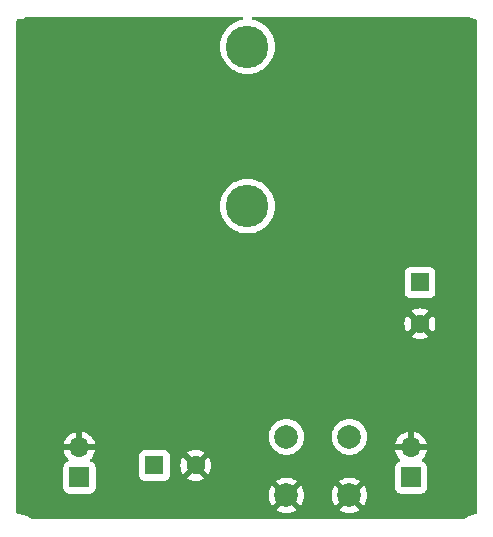
<source format=gbr>
%TF.GenerationSoftware,KiCad,Pcbnew,(6.0.1)*%
%TF.CreationDate,2022-03-29T16:10:18-05:00*%
%TF.ProjectId,buck_board,6275636b-5f62-46f6-9172-642e6b696361,rev?*%
%TF.SameCoordinates,Original*%
%TF.FileFunction,Copper,L2,Bot*%
%TF.FilePolarity,Positive*%
%FSLAX46Y46*%
G04 Gerber Fmt 4.6, Leading zero omitted, Abs format (unit mm)*
G04 Created by KiCad (PCBNEW (6.0.1)) date 2022-03-29 16:10:18*
%MOMM*%
%LPD*%
G01*
G04 APERTURE LIST*
%TA.AperFunction,ComponentPad*%
%ADD10C,2.000000*%
%TD*%
%TA.AperFunction,ComponentPad*%
%ADD11C,3.600000*%
%TD*%
%TA.AperFunction,ComponentPad*%
%ADD12O,1.700000X1.700000*%
%TD*%
%TA.AperFunction,ComponentPad*%
%ADD13R,1.700000X1.700000*%
%TD*%
%TA.AperFunction,ComponentPad*%
%ADD14R,1.600000X1.600000*%
%TD*%
%TA.AperFunction,ComponentPad*%
%ADD15C,1.600000*%
%TD*%
%TA.AperFunction,ViaPad*%
%ADD16C,0.800000*%
%TD*%
G04 APERTURE END LIST*
D10*
%TO.P,TP4,1,1*%
%TO.N,GND*%
X77851000Y-86741000D03*
%TD*%
%TO.P,TP3,1,1*%
%TO.N,GND*%
X83185000Y-86741000D03*
%TD*%
%TO.P,TP2,1,1*%
%TO.N,+5V*%
X83185000Y-81783000D03*
%TD*%
%TO.P,TP1,1,1*%
%TO.N,+24V*%
X77851000Y-81783000D03*
%TD*%
D11*
%TO.P,L1,1,1*%
%TO.N,Net-(IC1-Pad2)*%
X74549000Y-62244000D03*
%TO.P,L1,2,2*%
%TO.N,+5V*%
X74549000Y-48744000D03*
%TD*%
D12*
%TO.P,J2,2,Pin_2*%
%TO.N,GND*%
X88392000Y-82677000D03*
D13*
%TO.P,J2,1,Pin_1*%
%TO.N,+5V*%
X88392000Y-85217000D03*
%TD*%
D12*
%TO.P,J1,2,Pin_2*%
%TO.N,GND*%
X60325000Y-82677000D03*
D13*
%TO.P,J1,1,Pin_1*%
%TO.N,+24V*%
X60325000Y-85217000D03*
%TD*%
D14*
%TO.P,C2,1*%
%TO.N,+5V*%
X89154000Y-68705349D03*
D15*
%TO.P,C2,2*%
%TO.N,GND*%
X89154000Y-72205349D03*
%TD*%
D14*
%TO.P,C1,1*%
%TO.N,+24V*%
X66673349Y-84196000D03*
D15*
%TO.P,C1,2*%
%TO.N,GND*%
X70173349Y-84196000D03*
%TD*%
D16*
%TO.N,GND*%
X61468000Y-77851000D03*
X56642000Y-72009000D03*
X61468000Y-66167000D03*
X69469000Y-72136000D03*
X71755000Y-67691000D03*
X76835000Y-66421000D03*
X81407000Y-66421000D03*
%TD*%
%TA.AperFunction,Conductor*%
%TO.N,GND*%
G36*
X74153629Y-46248002D02*
G01*
X74200122Y-46301658D01*
X74210226Y-46371932D01*
X74180732Y-46436512D01*
X74121006Y-46474896D01*
X74110089Y-46477579D01*
X73954279Y-46508571D01*
X73954273Y-46508573D01*
X73950234Y-46509376D01*
X73946330Y-46510701D01*
X73946327Y-46510702D01*
X73667586Y-46605322D01*
X73663680Y-46606648D01*
X73535442Y-46669888D01*
X73395978Y-46738664D01*
X73395973Y-46738667D01*
X73392274Y-46740491D01*
X73140659Y-46908614D01*
X73137565Y-46911328D01*
X73137559Y-46911332D01*
X72916231Y-47105433D01*
X72913142Y-47108142D01*
X72910433Y-47111231D01*
X72716332Y-47332559D01*
X72716328Y-47332565D01*
X72713614Y-47335659D01*
X72545491Y-47587274D01*
X72411648Y-47858680D01*
X72314376Y-48145234D01*
X72255339Y-48442034D01*
X72235547Y-48744000D01*
X72255339Y-49045966D01*
X72314376Y-49342766D01*
X72411648Y-49629320D01*
X72545491Y-49900726D01*
X72713614Y-50152341D01*
X72716328Y-50155435D01*
X72716332Y-50155441D01*
X72910433Y-50376769D01*
X72913142Y-50379858D01*
X72916231Y-50382567D01*
X73137559Y-50576668D01*
X73137565Y-50576672D01*
X73140659Y-50579386D01*
X73144085Y-50581675D01*
X73144090Y-50581679D01*
X73332371Y-50707484D01*
X73392273Y-50747509D01*
X73395972Y-50749333D01*
X73395977Y-50749336D01*
X73535308Y-50818046D01*
X73663680Y-50881352D01*
X73667585Y-50882677D01*
X73667586Y-50882678D01*
X73946327Y-50977298D01*
X73946330Y-50977299D01*
X73950234Y-50978624D01*
X73954273Y-50979427D01*
X73954279Y-50979429D01*
X74242991Y-51036857D01*
X74242994Y-51036857D01*
X74247034Y-51037661D01*
X74251145Y-51037930D01*
X74251149Y-51037931D01*
X74544881Y-51057183D01*
X74549000Y-51057453D01*
X74553119Y-51057183D01*
X74846851Y-51037931D01*
X74846855Y-51037930D01*
X74850966Y-51037661D01*
X74855006Y-51036857D01*
X74855009Y-51036857D01*
X75143721Y-50979429D01*
X75143727Y-50979427D01*
X75147766Y-50978624D01*
X75151670Y-50977299D01*
X75151673Y-50977298D01*
X75430414Y-50882678D01*
X75430415Y-50882677D01*
X75434320Y-50881352D01*
X75562692Y-50818046D01*
X75702023Y-50749336D01*
X75702028Y-50749333D01*
X75705727Y-50747509D01*
X75765629Y-50707484D01*
X75953910Y-50581679D01*
X75953915Y-50581675D01*
X75957341Y-50579386D01*
X75960435Y-50576672D01*
X75960441Y-50576668D01*
X76181769Y-50382567D01*
X76184858Y-50379858D01*
X76187567Y-50376769D01*
X76381668Y-50155441D01*
X76381672Y-50155435D01*
X76384386Y-50152341D01*
X76552509Y-49900726D01*
X76686352Y-49629320D01*
X76783624Y-49342766D01*
X76842661Y-49045966D01*
X76862453Y-48744000D01*
X76842661Y-48442034D01*
X76783624Y-48145234D01*
X76686352Y-47858680D01*
X76552509Y-47587274D01*
X76384386Y-47335659D01*
X76381672Y-47332565D01*
X76381668Y-47332559D01*
X76187567Y-47111231D01*
X76184858Y-47108142D01*
X76181769Y-47105433D01*
X75960441Y-46911332D01*
X75960435Y-46911328D01*
X75957341Y-46908614D01*
X75953911Y-46906322D01*
X75953910Y-46906321D01*
X75709160Y-46742785D01*
X75705727Y-46740491D01*
X75702028Y-46738667D01*
X75702023Y-46738664D01*
X75562692Y-46669954D01*
X75434320Y-46606648D01*
X75430414Y-46605322D01*
X75151673Y-46510702D01*
X75151670Y-46510701D01*
X75147766Y-46509376D01*
X75143727Y-46508573D01*
X75143721Y-46508571D01*
X74987911Y-46477579D01*
X74925001Y-46444672D01*
X74889869Y-46382977D01*
X74893669Y-46312082D01*
X74935195Y-46254496D01*
X75001261Y-46228502D01*
X75012492Y-46228000D01*
X93167532Y-46228000D01*
X93226491Y-46242646D01*
X93243596Y-46251703D01*
X93243606Y-46251708D01*
X93247392Y-46253712D01*
X93517373Y-46352511D01*
X93798264Y-46413755D01*
X93802533Y-46414091D01*
X93863887Y-46418920D01*
X93930228Y-46444206D01*
X93972367Y-46501344D01*
X93980000Y-46544532D01*
X93980000Y-88201529D01*
X93959998Y-88269650D01*
X93906342Y-88316143D01*
X93862570Y-88327237D01*
X93850263Y-88328076D01*
X93824453Y-88329835D01*
X93824448Y-88329836D01*
X93820175Y-88330127D01*
X93815980Y-88330996D01*
X93815978Y-88330996D01*
X93679416Y-88359277D01*
X93538658Y-88388426D01*
X93267657Y-88484393D01*
X93012188Y-88616250D01*
X93008687Y-88618711D01*
X93008683Y-88618713D01*
X92821757Y-88750087D01*
X92749306Y-88773000D01*
X56347305Y-88773000D01*
X56273779Y-88749322D01*
X56108172Y-88630321D01*
X56108171Y-88630320D01*
X56104683Y-88627814D01*
X56082843Y-88616250D01*
X56059654Y-88603972D01*
X55850608Y-88493288D01*
X55580627Y-88394489D01*
X55299736Y-88333245D01*
X55107114Y-88318086D01*
X55040773Y-88292801D01*
X54998633Y-88235663D01*
X54991000Y-88192474D01*
X54991000Y-87973670D01*
X76983160Y-87973670D01*
X76988887Y-87981320D01*
X77160042Y-88086205D01*
X77168837Y-88090687D01*
X77378988Y-88177734D01*
X77388373Y-88180783D01*
X77609554Y-88233885D01*
X77619301Y-88235428D01*
X77846070Y-88253275D01*
X77855930Y-88253275D01*
X78082699Y-88235428D01*
X78092446Y-88233885D01*
X78313627Y-88180783D01*
X78323012Y-88177734D01*
X78533163Y-88090687D01*
X78541958Y-88086205D01*
X78709445Y-87983568D01*
X78718400Y-87973670D01*
X82317160Y-87973670D01*
X82322887Y-87981320D01*
X82494042Y-88086205D01*
X82502837Y-88090687D01*
X82712988Y-88177734D01*
X82722373Y-88180783D01*
X82943554Y-88233885D01*
X82953301Y-88235428D01*
X83180070Y-88253275D01*
X83189930Y-88253275D01*
X83416699Y-88235428D01*
X83426446Y-88233885D01*
X83647627Y-88180783D01*
X83657012Y-88177734D01*
X83867163Y-88090687D01*
X83875958Y-88086205D01*
X84043445Y-87983568D01*
X84052907Y-87973110D01*
X84049124Y-87964334D01*
X83197812Y-87113022D01*
X83183868Y-87105408D01*
X83182035Y-87105539D01*
X83175420Y-87109790D01*
X82323920Y-87961290D01*
X82317160Y-87973670D01*
X78718400Y-87973670D01*
X78718907Y-87973110D01*
X78715124Y-87964334D01*
X77863812Y-87113022D01*
X77849868Y-87105408D01*
X77848035Y-87105539D01*
X77841420Y-87109790D01*
X76989920Y-87961290D01*
X76983160Y-87973670D01*
X54991000Y-87973670D01*
X54991000Y-86745930D01*
X76338725Y-86745930D01*
X76356572Y-86972699D01*
X76358115Y-86982446D01*
X76411217Y-87203627D01*
X76414266Y-87213012D01*
X76501313Y-87423163D01*
X76505795Y-87431958D01*
X76608432Y-87599445D01*
X76618890Y-87608907D01*
X76627666Y-87605124D01*
X77478978Y-86753812D01*
X77485356Y-86742132D01*
X78215408Y-86742132D01*
X78215539Y-86743965D01*
X78219790Y-86750580D01*
X79071290Y-87602080D01*
X79083670Y-87608840D01*
X79091320Y-87603113D01*
X79196205Y-87431958D01*
X79200687Y-87423163D01*
X79287734Y-87213012D01*
X79290783Y-87203627D01*
X79343885Y-86982446D01*
X79345428Y-86972699D01*
X79363275Y-86745930D01*
X81672725Y-86745930D01*
X81690572Y-86972699D01*
X81692115Y-86982446D01*
X81745217Y-87203627D01*
X81748266Y-87213012D01*
X81835313Y-87423163D01*
X81839795Y-87431958D01*
X81942432Y-87599445D01*
X81952890Y-87608907D01*
X81961666Y-87605124D01*
X82812978Y-86753812D01*
X82819356Y-86742132D01*
X83549408Y-86742132D01*
X83549539Y-86743965D01*
X83553790Y-86750580D01*
X84405290Y-87602080D01*
X84417670Y-87608840D01*
X84425320Y-87603113D01*
X84530205Y-87431958D01*
X84534687Y-87423163D01*
X84621734Y-87213012D01*
X84624783Y-87203627D01*
X84677885Y-86982446D01*
X84679428Y-86972699D01*
X84697275Y-86745930D01*
X84697275Y-86736070D01*
X84679428Y-86509301D01*
X84677885Y-86499554D01*
X84624783Y-86278373D01*
X84621734Y-86268988D01*
X84558006Y-86115134D01*
X87033500Y-86115134D01*
X87040255Y-86177316D01*
X87091385Y-86313705D01*
X87178739Y-86430261D01*
X87295295Y-86517615D01*
X87431684Y-86568745D01*
X87493866Y-86575500D01*
X89290134Y-86575500D01*
X89352316Y-86568745D01*
X89488705Y-86517615D01*
X89605261Y-86430261D01*
X89692615Y-86313705D01*
X89743745Y-86177316D01*
X89750500Y-86115134D01*
X89750500Y-84318866D01*
X89743745Y-84256684D01*
X89692615Y-84120295D01*
X89605261Y-84003739D01*
X89488705Y-83916385D01*
X89369687Y-83871767D01*
X89312923Y-83829125D01*
X89288223Y-83762564D01*
X89303430Y-83693215D01*
X89324977Y-83664535D01*
X89426052Y-83563812D01*
X89432730Y-83555965D01*
X89557003Y-83383020D01*
X89562313Y-83374183D01*
X89656670Y-83183267D01*
X89660469Y-83173672D01*
X89722377Y-82969910D01*
X89724555Y-82959837D01*
X89725986Y-82948962D01*
X89723775Y-82934778D01*
X89710617Y-82931000D01*
X87075225Y-82931000D01*
X87061694Y-82934973D01*
X87060257Y-82944966D01*
X87090565Y-83079446D01*
X87093645Y-83089275D01*
X87173770Y-83286603D01*
X87178413Y-83295794D01*
X87289694Y-83477388D01*
X87295777Y-83485699D01*
X87435213Y-83646667D01*
X87442577Y-83653879D01*
X87447522Y-83657985D01*
X87487156Y-83716889D01*
X87488653Y-83787870D01*
X87451537Y-83848392D01*
X87411264Y-83872910D01*
X87303705Y-83913232D01*
X87303704Y-83913233D01*
X87295295Y-83916385D01*
X87178739Y-84003739D01*
X87091385Y-84120295D01*
X87040255Y-84256684D01*
X87033500Y-84318866D01*
X87033500Y-86115134D01*
X84558006Y-86115134D01*
X84534687Y-86058837D01*
X84530205Y-86050042D01*
X84427568Y-85882555D01*
X84417110Y-85873093D01*
X84408334Y-85876876D01*
X83557022Y-86728188D01*
X83549408Y-86742132D01*
X82819356Y-86742132D01*
X82820592Y-86739868D01*
X82820461Y-86738035D01*
X82816210Y-86731420D01*
X81964710Y-85879920D01*
X81952330Y-85873160D01*
X81944680Y-85878887D01*
X81839795Y-86050042D01*
X81835313Y-86058837D01*
X81748266Y-86268988D01*
X81745217Y-86278373D01*
X81692115Y-86499554D01*
X81690572Y-86509301D01*
X81672725Y-86736070D01*
X81672725Y-86745930D01*
X79363275Y-86745930D01*
X79363275Y-86736070D01*
X79345428Y-86509301D01*
X79343885Y-86499554D01*
X79290783Y-86278373D01*
X79287734Y-86268988D01*
X79200687Y-86058837D01*
X79196205Y-86050042D01*
X79093568Y-85882555D01*
X79083110Y-85873093D01*
X79074334Y-85876876D01*
X78223022Y-86728188D01*
X78215408Y-86742132D01*
X77485356Y-86742132D01*
X77486592Y-86739868D01*
X77486461Y-86738035D01*
X77482210Y-86731420D01*
X76630710Y-85879920D01*
X76618330Y-85873160D01*
X76610680Y-85878887D01*
X76505795Y-86050042D01*
X76501313Y-86058837D01*
X76414266Y-86268988D01*
X76411217Y-86278373D01*
X76358115Y-86499554D01*
X76356572Y-86509301D01*
X76338725Y-86736070D01*
X76338725Y-86745930D01*
X54991000Y-86745930D01*
X54991000Y-86115134D01*
X58966500Y-86115134D01*
X58973255Y-86177316D01*
X59024385Y-86313705D01*
X59111739Y-86430261D01*
X59228295Y-86517615D01*
X59364684Y-86568745D01*
X59426866Y-86575500D01*
X61223134Y-86575500D01*
X61285316Y-86568745D01*
X61421705Y-86517615D01*
X61538261Y-86430261D01*
X61625615Y-86313705D01*
X61676745Y-86177316D01*
X61683500Y-86115134D01*
X61683500Y-85508890D01*
X76983093Y-85508890D01*
X76986876Y-85517666D01*
X77838188Y-86368978D01*
X77852132Y-86376592D01*
X77853965Y-86376461D01*
X77860580Y-86372210D01*
X78712080Y-85520710D01*
X78718534Y-85508890D01*
X82317093Y-85508890D01*
X82320876Y-85517666D01*
X83172188Y-86368978D01*
X83186132Y-86376592D01*
X83187965Y-86376461D01*
X83194580Y-86372210D01*
X84046080Y-85520710D01*
X84052840Y-85508330D01*
X84047113Y-85500680D01*
X83875958Y-85395795D01*
X83867163Y-85391313D01*
X83657012Y-85304266D01*
X83647627Y-85301217D01*
X83426446Y-85248115D01*
X83416699Y-85246572D01*
X83189930Y-85228725D01*
X83180070Y-85228725D01*
X82953301Y-85246572D01*
X82943554Y-85248115D01*
X82722373Y-85301217D01*
X82712988Y-85304266D01*
X82502837Y-85391313D01*
X82494042Y-85395795D01*
X82326555Y-85498432D01*
X82317093Y-85508890D01*
X78718534Y-85508890D01*
X78718840Y-85508330D01*
X78713113Y-85500680D01*
X78541958Y-85395795D01*
X78533163Y-85391313D01*
X78323012Y-85304266D01*
X78313627Y-85301217D01*
X78092446Y-85248115D01*
X78082699Y-85246572D01*
X77855930Y-85228725D01*
X77846070Y-85228725D01*
X77619301Y-85246572D01*
X77609554Y-85248115D01*
X77388373Y-85301217D01*
X77378988Y-85304266D01*
X77168837Y-85391313D01*
X77160042Y-85395795D01*
X76992555Y-85498432D01*
X76983093Y-85508890D01*
X61683500Y-85508890D01*
X61683500Y-85044134D01*
X65364849Y-85044134D01*
X65371604Y-85106316D01*
X65422734Y-85242705D01*
X65510088Y-85359261D01*
X65626644Y-85446615D01*
X65763033Y-85497745D01*
X65825215Y-85504500D01*
X67521483Y-85504500D01*
X67583665Y-85497745D01*
X67720054Y-85446615D01*
X67836610Y-85359261D01*
X67894468Y-85282062D01*
X69451842Y-85282062D01*
X69461138Y-85294077D01*
X69512343Y-85329931D01*
X69521838Y-85335414D01*
X69719296Y-85427490D01*
X69729588Y-85431236D01*
X69940037Y-85487625D01*
X69950830Y-85489528D01*
X70167874Y-85508517D01*
X70178824Y-85508517D01*
X70395868Y-85489528D01*
X70406661Y-85487625D01*
X70617110Y-85431236D01*
X70627402Y-85427490D01*
X70824860Y-85335414D01*
X70834355Y-85329931D01*
X70886397Y-85293491D01*
X70894773Y-85283012D01*
X70887705Y-85269566D01*
X70186161Y-84568022D01*
X70172217Y-84560408D01*
X70170384Y-84560539D01*
X70163769Y-84564790D01*
X69458272Y-85270287D01*
X69451842Y-85282062D01*
X67894468Y-85282062D01*
X67923964Y-85242705D01*
X67975094Y-85106316D01*
X67981849Y-85044134D01*
X67981849Y-84201475D01*
X68860832Y-84201475D01*
X68879821Y-84418519D01*
X68881724Y-84429312D01*
X68938113Y-84639761D01*
X68941859Y-84650053D01*
X69033935Y-84847511D01*
X69039418Y-84857006D01*
X69075858Y-84909048D01*
X69086337Y-84917424D01*
X69099783Y-84910356D01*
X69801327Y-84208812D01*
X69807705Y-84197132D01*
X70537757Y-84197132D01*
X70537888Y-84198965D01*
X70542139Y-84205580D01*
X71247636Y-84911077D01*
X71259411Y-84917507D01*
X71271426Y-84908211D01*
X71307280Y-84857006D01*
X71312763Y-84847511D01*
X71404839Y-84650053D01*
X71408585Y-84639761D01*
X71464974Y-84429312D01*
X71466877Y-84418519D01*
X71485866Y-84201475D01*
X71485866Y-84190525D01*
X71466877Y-83973481D01*
X71464974Y-83962688D01*
X71408585Y-83752239D01*
X71404839Y-83741947D01*
X71312763Y-83544489D01*
X71307280Y-83534994D01*
X71270840Y-83482952D01*
X71260361Y-83474576D01*
X71246915Y-83481644D01*
X70545371Y-84183188D01*
X70537757Y-84197132D01*
X69807705Y-84197132D01*
X69808941Y-84194868D01*
X69808810Y-84193035D01*
X69804559Y-84186420D01*
X69099062Y-83480923D01*
X69087287Y-83474493D01*
X69075272Y-83483789D01*
X69039418Y-83534994D01*
X69033935Y-83544489D01*
X68941859Y-83741947D01*
X68938113Y-83752239D01*
X68881724Y-83962688D01*
X68879821Y-83973481D01*
X68860832Y-84190525D01*
X68860832Y-84201475D01*
X67981849Y-84201475D01*
X67981849Y-83347866D01*
X67975094Y-83285684D01*
X67923964Y-83149295D01*
X67893756Y-83108988D01*
X69451925Y-83108988D01*
X69458993Y-83122434D01*
X70160537Y-83823978D01*
X70174481Y-83831592D01*
X70176314Y-83831461D01*
X70182929Y-83827210D01*
X70888426Y-83121713D01*
X70894856Y-83109938D01*
X70885560Y-83097923D01*
X70834355Y-83062069D01*
X70824860Y-83056586D01*
X70627402Y-82964510D01*
X70617110Y-82960764D01*
X70406661Y-82904375D01*
X70395868Y-82902472D01*
X70178824Y-82883483D01*
X70167874Y-82883483D01*
X69950830Y-82902472D01*
X69940037Y-82904375D01*
X69729588Y-82960764D01*
X69719296Y-82964510D01*
X69521838Y-83056586D01*
X69512343Y-83062069D01*
X69460301Y-83098509D01*
X69451925Y-83108988D01*
X67893756Y-83108988D01*
X67836610Y-83032739D01*
X67720054Y-82945385D01*
X67583665Y-82894255D01*
X67521483Y-82887500D01*
X65825215Y-82887500D01*
X65763033Y-82894255D01*
X65626644Y-82945385D01*
X65510088Y-83032739D01*
X65422734Y-83149295D01*
X65371604Y-83285684D01*
X65364849Y-83347866D01*
X65364849Y-85044134D01*
X61683500Y-85044134D01*
X61683500Y-84318866D01*
X61676745Y-84256684D01*
X61625615Y-84120295D01*
X61538261Y-84003739D01*
X61421705Y-83916385D01*
X61302687Y-83871767D01*
X61245923Y-83829125D01*
X61221223Y-83762564D01*
X61236430Y-83693215D01*
X61257977Y-83664535D01*
X61359052Y-83563812D01*
X61365730Y-83555965D01*
X61490003Y-83383020D01*
X61495313Y-83374183D01*
X61589670Y-83183267D01*
X61593469Y-83173672D01*
X61655377Y-82969910D01*
X61657555Y-82959837D01*
X61658986Y-82948962D01*
X61656775Y-82934778D01*
X61643617Y-82931000D01*
X59008225Y-82931000D01*
X58994694Y-82934973D01*
X58993257Y-82944966D01*
X59023565Y-83079446D01*
X59026645Y-83089275D01*
X59106770Y-83286603D01*
X59111413Y-83295794D01*
X59222694Y-83477388D01*
X59228777Y-83485699D01*
X59368213Y-83646667D01*
X59375577Y-83653879D01*
X59380522Y-83657985D01*
X59420156Y-83716889D01*
X59421653Y-83787870D01*
X59384537Y-83848392D01*
X59344264Y-83872910D01*
X59236705Y-83913232D01*
X59236704Y-83913233D01*
X59228295Y-83916385D01*
X59111739Y-84003739D01*
X59024385Y-84120295D01*
X58973255Y-84256684D01*
X58966500Y-84318866D01*
X58966500Y-86115134D01*
X54991000Y-86115134D01*
X54991000Y-82411183D01*
X58989389Y-82411183D01*
X58990912Y-82419607D01*
X59003292Y-82423000D01*
X60052885Y-82423000D01*
X60068124Y-82418525D01*
X60069329Y-82417135D01*
X60071000Y-82409452D01*
X60071000Y-82404885D01*
X60579000Y-82404885D01*
X60583475Y-82420124D01*
X60584865Y-82421329D01*
X60592548Y-82423000D01*
X61643344Y-82423000D01*
X61656875Y-82419027D01*
X61658180Y-82409947D01*
X61616214Y-82242875D01*
X61612894Y-82233124D01*
X61527972Y-82037814D01*
X61523105Y-82028739D01*
X61407426Y-81849926D01*
X61401136Y-81841757D01*
X61347671Y-81783000D01*
X76337835Y-81783000D01*
X76356465Y-82019711D01*
X76411895Y-82250594D01*
X76413788Y-82255165D01*
X76413789Y-82255167D01*
X76481662Y-82419027D01*
X76502760Y-82469963D01*
X76505346Y-82474183D01*
X76624241Y-82668202D01*
X76624245Y-82668208D01*
X76626824Y-82672416D01*
X76781031Y-82852969D01*
X76961584Y-83007176D01*
X76965792Y-83009755D01*
X76965798Y-83009759D01*
X77109669Y-83097923D01*
X77164037Y-83131240D01*
X77168607Y-83133133D01*
X77168611Y-83133135D01*
X77378833Y-83220211D01*
X77383406Y-83222105D01*
X77463609Y-83241360D01*
X77609476Y-83276380D01*
X77609482Y-83276381D01*
X77614289Y-83277535D01*
X77851000Y-83296165D01*
X78087711Y-83277535D01*
X78092518Y-83276381D01*
X78092524Y-83276380D01*
X78238391Y-83241360D01*
X78318594Y-83222105D01*
X78323167Y-83220211D01*
X78533389Y-83133135D01*
X78533393Y-83133133D01*
X78537963Y-83131240D01*
X78592331Y-83097923D01*
X78736202Y-83009759D01*
X78736208Y-83009755D01*
X78740416Y-83007176D01*
X78920969Y-82852969D01*
X79075176Y-82672416D01*
X79077755Y-82668208D01*
X79077759Y-82668202D01*
X79196654Y-82474183D01*
X79199240Y-82469963D01*
X79220339Y-82419027D01*
X79288211Y-82255167D01*
X79288212Y-82255165D01*
X79290105Y-82250594D01*
X79345535Y-82019711D01*
X79364165Y-81783000D01*
X81671835Y-81783000D01*
X81690465Y-82019711D01*
X81745895Y-82250594D01*
X81747788Y-82255165D01*
X81747789Y-82255167D01*
X81815662Y-82419027D01*
X81836760Y-82469963D01*
X81839346Y-82474183D01*
X81958241Y-82668202D01*
X81958245Y-82668208D01*
X81960824Y-82672416D01*
X82115031Y-82852969D01*
X82295584Y-83007176D01*
X82299792Y-83009755D01*
X82299798Y-83009759D01*
X82443669Y-83097923D01*
X82498037Y-83131240D01*
X82502607Y-83133133D01*
X82502611Y-83133135D01*
X82712833Y-83220211D01*
X82717406Y-83222105D01*
X82797609Y-83241360D01*
X82943476Y-83276380D01*
X82943482Y-83276381D01*
X82948289Y-83277535D01*
X83185000Y-83296165D01*
X83421711Y-83277535D01*
X83426518Y-83276381D01*
X83426524Y-83276380D01*
X83572391Y-83241360D01*
X83652594Y-83222105D01*
X83657167Y-83220211D01*
X83867389Y-83133135D01*
X83867393Y-83133133D01*
X83871963Y-83131240D01*
X83926331Y-83097923D01*
X84070202Y-83009759D01*
X84070208Y-83009755D01*
X84074416Y-83007176D01*
X84254969Y-82852969D01*
X84409176Y-82672416D01*
X84411755Y-82668208D01*
X84411759Y-82668202D01*
X84530654Y-82474183D01*
X84533240Y-82469963D01*
X84554339Y-82419027D01*
X84557588Y-82411183D01*
X87056389Y-82411183D01*
X87057912Y-82419607D01*
X87070292Y-82423000D01*
X88119885Y-82423000D01*
X88135124Y-82418525D01*
X88136329Y-82417135D01*
X88138000Y-82409452D01*
X88138000Y-82404885D01*
X88646000Y-82404885D01*
X88650475Y-82420124D01*
X88651865Y-82421329D01*
X88659548Y-82423000D01*
X89710344Y-82423000D01*
X89723875Y-82419027D01*
X89725180Y-82409947D01*
X89683214Y-82242875D01*
X89679894Y-82233124D01*
X89594972Y-82037814D01*
X89590105Y-82028739D01*
X89474426Y-81849926D01*
X89468136Y-81841757D01*
X89324806Y-81684240D01*
X89317273Y-81677215D01*
X89150139Y-81545222D01*
X89141552Y-81539517D01*
X88955117Y-81436599D01*
X88945705Y-81432369D01*
X88744959Y-81361280D01*
X88734988Y-81358646D01*
X88663837Y-81345972D01*
X88650540Y-81347432D01*
X88646000Y-81361989D01*
X88646000Y-82404885D01*
X88138000Y-82404885D01*
X88138000Y-81360102D01*
X88134082Y-81346758D01*
X88119806Y-81344771D01*
X88081324Y-81350660D01*
X88071288Y-81353051D01*
X87868868Y-81419212D01*
X87859359Y-81423209D01*
X87670463Y-81521542D01*
X87661738Y-81527036D01*
X87491433Y-81654905D01*
X87483726Y-81661748D01*
X87336590Y-81815717D01*
X87330104Y-81823727D01*
X87210098Y-81999649D01*
X87205000Y-82008623D01*
X87115338Y-82201783D01*
X87111775Y-82211470D01*
X87056389Y-82411183D01*
X84557588Y-82411183D01*
X84622211Y-82255167D01*
X84622212Y-82255165D01*
X84624105Y-82250594D01*
X84679535Y-82019711D01*
X84698165Y-81783000D01*
X84679535Y-81546289D01*
X84677910Y-81539517D01*
X84643360Y-81395609D01*
X84624105Y-81315406D01*
X84533240Y-81096037D01*
X84530654Y-81091817D01*
X84411759Y-80897798D01*
X84411755Y-80897792D01*
X84409176Y-80893584D01*
X84254969Y-80713031D01*
X84074416Y-80558824D01*
X84070208Y-80556245D01*
X84070202Y-80556241D01*
X83876183Y-80437346D01*
X83871963Y-80434760D01*
X83867393Y-80432867D01*
X83867389Y-80432865D01*
X83657167Y-80345789D01*
X83657165Y-80345788D01*
X83652594Y-80343895D01*
X83572391Y-80324640D01*
X83426524Y-80289620D01*
X83426518Y-80289619D01*
X83421711Y-80288465D01*
X83185000Y-80269835D01*
X82948289Y-80288465D01*
X82943482Y-80289619D01*
X82943476Y-80289620D01*
X82797609Y-80324640D01*
X82717406Y-80343895D01*
X82712835Y-80345788D01*
X82712833Y-80345789D01*
X82502611Y-80432865D01*
X82502607Y-80432867D01*
X82498037Y-80434760D01*
X82493817Y-80437346D01*
X82299798Y-80556241D01*
X82299792Y-80556245D01*
X82295584Y-80558824D01*
X82115031Y-80713031D01*
X81960824Y-80893584D01*
X81958245Y-80897792D01*
X81958241Y-80897798D01*
X81839346Y-81091817D01*
X81836760Y-81096037D01*
X81745895Y-81315406D01*
X81726640Y-81395609D01*
X81692091Y-81539517D01*
X81690465Y-81546289D01*
X81671835Y-81783000D01*
X79364165Y-81783000D01*
X79345535Y-81546289D01*
X79343910Y-81539517D01*
X79309360Y-81395609D01*
X79290105Y-81315406D01*
X79199240Y-81096037D01*
X79196654Y-81091817D01*
X79077759Y-80897798D01*
X79077755Y-80897792D01*
X79075176Y-80893584D01*
X78920969Y-80713031D01*
X78740416Y-80558824D01*
X78736208Y-80556245D01*
X78736202Y-80556241D01*
X78542183Y-80437346D01*
X78537963Y-80434760D01*
X78533393Y-80432867D01*
X78533389Y-80432865D01*
X78323167Y-80345789D01*
X78323165Y-80345788D01*
X78318594Y-80343895D01*
X78238391Y-80324640D01*
X78092524Y-80289620D01*
X78092518Y-80289619D01*
X78087711Y-80288465D01*
X77851000Y-80269835D01*
X77614289Y-80288465D01*
X77609482Y-80289619D01*
X77609476Y-80289620D01*
X77463609Y-80324640D01*
X77383406Y-80343895D01*
X77378835Y-80345788D01*
X77378833Y-80345789D01*
X77168611Y-80432865D01*
X77168607Y-80432867D01*
X77164037Y-80434760D01*
X77159817Y-80437346D01*
X76965798Y-80556241D01*
X76965792Y-80556245D01*
X76961584Y-80558824D01*
X76781031Y-80713031D01*
X76626824Y-80893584D01*
X76624245Y-80897792D01*
X76624241Y-80897798D01*
X76505346Y-81091817D01*
X76502760Y-81096037D01*
X76411895Y-81315406D01*
X76392640Y-81395609D01*
X76358091Y-81539517D01*
X76356465Y-81546289D01*
X76337835Y-81783000D01*
X61347671Y-81783000D01*
X61257806Y-81684240D01*
X61250273Y-81677215D01*
X61083139Y-81545222D01*
X61074552Y-81539517D01*
X60888117Y-81436599D01*
X60878705Y-81432369D01*
X60677959Y-81361280D01*
X60667988Y-81358646D01*
X60596837Y-81345972D01*
X60583540Y-81347432D01*
X60579000Y-81361989D01*
X60579000Y-82404885D01*
X60071000Y-82404885D01*
X60071000Y-81360102D01*
X60067082Y-81346758D01*
X60052806Y-81344771D01*
X60014324Y-81350660D01*
X60004288Y-81353051D01*
X59801868Y-81419212D01*
X59792359Y-81423209D01*
X59603463Y-81521542D01*
X59594738Y-81527036D01*
X59424433Y-81654905D01*
X59416726Y-81661748D01*
X59269590Y-81815717D01*
X59263104Y-81823727D01*
X59143098Y-81999649D01*
X59138000Y-82008623D01*
X59048338Y-82201783D01*
X59044775Y-82211470D01*
X58989389Y-82411183D01*
X54991000Y-82411183D01*
X54991000Y-73291411D01*
X88432493Y-73291411D01*
X88441789Y-73303426D01*
X88492994Y-73339280D01*
X88502489Y-73344763D01*
X88699947Y-73436839D01*
X88710239Y-73440585D01*
X88920688Y-73496974D01*
X88931481Y-73498877D01*
X89148525Y-73517866D01*
X89159475Y-73517866D01*
X89376519Y-73498877D01*
X89387312Y-73496974D01*
X89597761Y-73440585D01*
X89608053Y-73436839D01*
X89805511Y-73344763D01*
X89815006Y-73339280D01*
X89867048Y-73302840D01*
X89875424Y-73292361D01*
X89868356Y-73278915D01*
X89166812Y-72577371D01*
X89152868Y-72569757D01*
X89151035Y-72569888D01*
X89144420Y-72574139D01*
X88438923Y-73279636D01*
X88432493Y-73291411D01*
X54991000Y-73291411D01*
X54991000Y-72210824D01*
X87841483Y-72210824D01*
X87860472Y-72427868D01*
X87862375Y-72438661D01*
X87918764Y-72649110D01*
X87922510Y-72659402D01*
X88014586Y-72856860D01*
X88020069Y-72866355D01*
X88056509Y-72918397D01*
X88066988Y-72926773D01*
X88080434Y-72919705D01*
X88781978Y-72218161D01*
X88788356Y-72206481D01*
X89518408Y-72206481D01*
X89518539Y-72208314D01*
X89522790Y-72214929D01*
X90228287Y-72920426D01*
X90240062Y-72926856D01*
X90252077Y-72917560D01*
X90287931Y-72866355D01*
X90293414Y-72856860D01*
X90385490Y-72659402D01*
X90389236Y-72649110D01*
X90445625Y-72438661D01*
X90447528Y-72427868D01*
X90466517Y-72210824D01*
X90466517Y-72199874D01*
X90447528Y-71982830D01*
X90445625Y-71972037D01*
X90389236Y-71761588D01*
X90385490Y-71751296D01*
X90293414Y-71553838D01*
X90287931Y-71544343D01*
X90251491Y-71492301D01*
X90241012Y-71483925D01*
X90227566Y-71490993D01*
X89526022Y-72192537D01*
X89518408Y-72206481D01*
X88788356Y-72206481D01*
X88789592Y-72204217D01*
X88789461Y-72202384D01*
X88785210Y-72195769D01*
X88079713Y-71490272D01*
X88067938Y-71483842D01*
X88055923Y-71493138D01*
X88020069Y-71544343D01*
X88014586Y-71553838D01*
X87922510Y-71751296D01*
X87918764Y-71761588D01*
X87862375Y-71972037D01*
X87860472Y-71982830D01*
X87841483Y-72199874D01*
X87841483Y-72210824D01*
X54991000Y-72210824D01*
X54991000Y-71118337D01*
X88432576Y-71118337D01*
X88439644Y-71131783D01*
X89141188Y-71833327D01*
X89155132Y-71840941D01*
X89156965Y-71840810D01*
X89163580Y-71836559D01*
X89869077Y-71131062D01*
X89875507Y-71119287D01*
X89866211Y-71107272D01*
X89815006Y-71071418D01*
X89805511Y-71065935D01*
X89608053Y-70973859D01*
X89597761Y-70970113D01*
X89387312Y-70913724D01*
X89376519Y-70911821D01*
X89159475Y-70892832D01*
X89148525Y-70892832D01*
X88931481Y-70911821D01*
X88920688Y-70913724D01*
X88710239Y-70970113D01*
X88699947Y-70973859D01*
X88502489Y-71065935D01*
X88492994Y-71071418D01*
X88440952Y-71107858D01*
X88432576Y-71118337D01*
X54991000Y-71118337D01*
X54991000Y-69553483D01*
X87845500Y-69553483D01*
X87852255Y-69615665D01*
X87903385Y-69752054D01*
X87990739Y-69868610D01*
X88107295Y-69955964D01*
X88243684Y-70007094D01*
X88305866Y-70013849D01*
X90002134Y-70013849D01*
X90064316Y-70007094D01*
X90200705Y-69955964D01*
X90317261Y-69868610D01*
X90404615Y-69752054D01*
X90455745Y-69615665D01*
X90462500Y-69553483D01*
X90462500Y-67857215D01*
X90455745Y-67795033D01*
X90404615Y-67658644D01*
X90317261Y-67542088D01*
X90200705Y-67454734D01*
X90064316Y-67403604D01*
X90002134Y-67396849D01*
X88305866Y-67396849D01*
X88243684Y-67403604D01*
X88107295Y-67454734D01*
X87990739Y-67542088D01*
X87903385Y-67658644D01*
X87852255Y-67795033D01*
X87845500Y-67857215D01*
X87845500Y-69553483D01*
X54991000Y-69553483D01*
X54991000Y-62244000D01*
X72235547Y-62244000D01*
X72255339Y-62545966D01*
X72314376Y-62842766D01*
X72411648Y-63129320D01*
X72545491Y-63400726D01*
X72713614Y-63652341D01*
X72716328Y-63655435D01*
X72716332Y-63655441D01*
X72910433Y-63876769D01*
X72913142Y-63879858D01*
X72916231Y-63882567D01*
X73137559Y-64076668D01*
X73137565Y-64076672D01*
X73140659Y-64079386D01*
X73144085Y-64081675D01*
X73144090Y-64081679D01*
X73332371Y-64207484D01*
X73392273Y-64247509D01*
X73395972Y-64249333D01*
X73395977Y-64249336D01*
X73535308Y-64318046D01*
X73663680Y-64381352D01*
X73667585Y-64382677D01*
X73667586Y-64382678D01*
X73946327Y-64477298D01*
X73946330Y-64477299D01*
X73950234Y-64478624D01*
X73954273Y-64479427D01*
X73954279Y-64479429D01*
X74242991Y-64536857D01*
X74242994Y-64536857D01*
X74247034Y-64537661D01*
X74251145Y-64537930D01*
X74251149Y-64537931D01*
X74544881Y-64557183D01*
X74549000Y-64557453D01*
X74553119Y-64557183D01*
X74846851Y-64537931D01*
X74846855Y-64537930D01*
X74850966Y-64537661D01*
X74855006Y-64536857D01*
X74855009Y-64536857D01*
X75143721Y-64479429D01*
X75143727Y-64479427D01*
X75147766Y-64478624D01*
X75151670Y-64477299D01*
X75151673Y-64477298D01*
X75430414Y-64382678D01*
X75430415Y-64382677D01*
X75434320Y-64381352D01*
X75562692Y-64318046D01*
X75702023Y-64249336D01*
X75702028Y-64249333D01*
X75705727Y-64247509D01*
X75765629Y-64207484D01*
X75953910Y-64081679D01*
X75953915Y-64081675D01*
X75957341Y-64079386D01*
X75960435Y-64076672D01*
X75960441Y-64076668D01*
X76181769Y-63882567D01*
X76184858Y-63879858D01*
X76187567Y-63876769D01*
X76381668Y-63655441D01*
X76381672Y-63655435D01*
X76384386Y-63652341D01*
X76552509Y-63400726D01*
X76686352Y-63129320D01*
X76783624Y-62842766D01*
X76842661Y-62545966D01*
X76862453Y-62244000D01*
X76842661Y-61942034D01*
X76783624Y-61645234D01*
X76686352Y-61358680D01*
X76552509Y-61087274D01*
X76384386Y-60835659D01*
X76381672Y-60832565D01*
X76381668Y-60832559D01*
X76187567Y-60611231D01*
X76184858Y-60608142D01*
X76181769Y-60605433D01*
X75960441Y-60411332D01*
X75960435Y-60411328D01*
X75957341Y-60408614D01*
X75953911Y-60406322D01*
X75953910Y-60406321D01*
X75709160Y-60242785D01*
X75705727Y-60240491D01*
X75702028Y-60238667D01*
X75702023Y-60238664D01*
X75562692Y-60169954D01*
X75434320Y-60106648D01*
X75430414Y-60105322D01*
X75151673Y-60010702D01*
X75151670Y-60010701D01*
X75147766Y-60009376D01*
X75143727Y-60008573D01*
X75143721Y-60008571D01*
X74855009Y-59951143D01*
X74855006Y-59951143D01*
X74850966Y-59950339D01*
X74846855Y-59950070D01*
X74846851Y-59950069D01*
X74553119Y-59930817D01*
X74549000Y-59930547D01*
X74544881Y-59930817D01*
X74251149Y-59950069D01*
X74251145Y-59950070D01*
X74247034Y-59950339D01*
X74242994Y-59951143D01*
X74242991Y-59951143D01*
X73954279Y-60008571D01*
X73954273Y-60008573D01*
X73950234Y-60009376D01*
X73946330Y-60010701D01*
X73946327Y-60010702D01*
X73667586Y-60105322D01*
X73663680Y-60106648D01*
X73535442Y-60169888D01*
X73395978Y-60238664D01*
X73395973Y-60238667D01*
X73392274Y-60240491D01*
X73140659Y-60408614D01*
X73137565Y-60411328D01*
X73137559Y-60411332D01*
X72916231Y-60605433D01*
X72913142Y-60608142D01*
X72910433Y-60611231D01*
X72716332Y-60832559D01*
X72716328Y-60832565D01*
X72713614Y-60835659D01*
X72545491Y-61087274D01*
X72411648Y-61358680D01*
X72314376Y-61645234D01*
X72255339Y-61942034D01*
X72235547Y-62244000D01*
X54991000Y-62244000D01*
X54991000Y-46554129D01*
X55011002Y-46486008D01*
X55064658Y-46439515D01*
X55108428Y-46428421D01*
X55181248Y-46423457D01*
X55273548Y-46417165D01*
X55273554Y-46417164D01*
X55277825Y-46416873D01*
X55282020Y-46416004D01*
X55282022Y-46416004D01*
X55494838Y-46371932D01*
X55559342Y-46358574D01*
X55830343Y-46262607D01*
X55834152Y-46260641D01*
X55834159Y-46260638D01*
X55870204Y-46242034D01*
X55927993Y-46228000D01*
X74085508Y-46228000D01*
X74153629Y-46248002D01*
G37*
%TD.AperFunction*%
%TD*%
M02*

</source>
